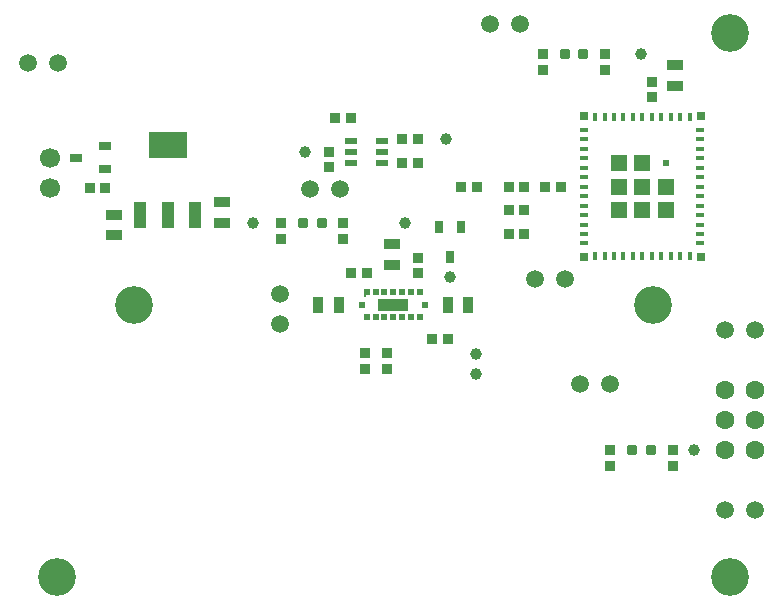
<source format=gbr>
%TF.GenerationSoftware,Altium Limited,Altium Designer,20.1.8 (145)*%
G04 Layer_Color=255*
%FSLAX45Y45*%
%MOMM*%
%TF.SameCoordinates,5C14931A-3E48-49F5-90A4-00D45644C4A5*%
%TF.FilePolarity,Positive*%
%TF.FileFunction,Pads,Top*%
%TF.Part,Single*%
G01*
G75*
%TA.AperFunction,SMDPad,CuDef*%
%ADD10C,1.00000*%
G04:AMPARAMS|DCode=11|XSize=0.85mm|YSize=0.85mm|CornerRadius=0.0425mm|HoleSize=0mm|Usage=FLASHONLY|Rotation=90.000|XOffset=0mm|YOffset=0mm|HoleType=Round|Shape=RoundedRectangle|*
%AMROUNDEDRECTD11*
21,1,0.85000,0.76500,0,0,90.0*
21,1,0.76500,0.85000,0,0,90.0*
1,1,0.08500,0.38250,0.38250*
1,1,0.08500,0.38250,-0.38250*
1,1,0.08500,-0.38250,-0.38250*
1,1,0.08500,-0.38250,0.38250*
%
%ADD11ROUNDEDRECTD11*%
%TA.AperFunction,ConnectorPad*%
%ADD12R,0.40000X0.80000*%
%ADD13R,0.80000X0.40000*%
%TA.AperFunction,BGAPad,CuDef*%
%ADD14R,1.45000X1.45000*%
%TA.AperFunction,SMDPad,CuDef*%
%ADD15R,0.60000X0.60000*%
%ADD16R,0.70000X0.70000*%
%TA.AperFunction,BGAPad,CuDef*%
%ADD17R,0.50000X0.50000*%
%TA.AperFunction,SMDPad,CuDef*%
%ADD18R,0.20000X0.15000*%
%ADD19R,2.50000X1.00000*%
G04:AMPARAMS|DCode=20|XSize=3.25mm|YSize=2.15mm|CornerRadius=0.01075mm|HoleSize=0mm|Usage=FLASHONLY|Rotation=180.000|XOffset=0mm|YOffset=0mm|HoleType=Round|Shape=RoundedRectangle|*
%AMROUNDEDRECTD20*
21,1,3.25000,2.12850,0,0,180.0*
21,1,3.22850,2.15000,0,0,180.0*
1,1,0.02150,-1.61425,1.06425*
1,1,0.02150,1.61425,1.06425*
1,1,0.02150,1.61425,-1.06425*
1,1,0.02150,-1.61425,-1.06425*
%
%ADD20ROUNDEDRECTD20*%
G04:AMPARAMS|DCode=21|XSize=1mm|YSize=2.15mm|CornerRadius=0.005mm|HoleSize=0mm|Usage=FLASHONLY|Rotation=180.000|XOffset=0mm|YOffset=0mm|HoleType=Round|Shape=RoundedRectangle|*
%AMROUNDEDRECTD21*
21,1,1.00000,2.14000,0,0,180.0*
21,1,0.99000,2.15000,0,0,180.0*
1,1,0.01000,-0.49500,1.07000*
1,1,0.01000,0.49500,1.07000*
1,1,0.01000,0.49500,-1.07000*
1,1,0.01000,-0.49500,-1.07000*
%
%ADD21ROUNDEDRECTD21*%
G04:AMPARAMS|DCode=22|XSize=0.8mm|YSize=0.8mm|CornerRadius=0.04mm|HoleSize=0mm|Usage=FLASHONLY|Rotation=90.000|XOffset=0mm|YOffset=0mm|HoleType=Round|Shape=RoundedRectangle|*
%AMROUNDEDRECTD22*
21,1,0.80000,0.72000,0,0,90.0*
21,1,0.72000,0.80000,0,0,90.0*
1,1,0.08000,0.36000,0.36000*
1,1,0.08000,0.36000,-0.36000*
1,1,0.08000,-0.36000,-0.36000*
1,1,0.08000,-0.36000,0.36000*
%
%ADD22ROUNDEDRECTD22*%
G04:AMPARAMS|DCode=23|XSize=0.6mm|YSize=1.1mm|CornerRadius=0.03mm|HoleSize=0mm|Usage=FLASHONLY|Rotation=270.000|XOffset=0mm|YOffset=0mm|HoleType=Round|Shape=RoundedRectangle|*
%AMROUNDEDRECTD23*
21,1,0.60000,1.04000,0,0,270.0*
21,1,0.54000,1.10000,0,0,270.0*
1,1,0.06000,-0.52000,-0.27000*
1,1,0.06000,-0.52000,0.27000*
1,1,0.06000,0.52000,0.27000*
1,1,0.06000,0.52000,-0.27000*
%
%ADD23ROUNDEDRECTD23*%
G04:AMPARAMS|DCode=24|XSize=0.85mm|YSize=0.9mm|CornerRadius=0.0425mm|HoleSize=0mm|Usage=FLASHONLY|Rotation=180.000|XOffset=0mm|YOffset=0mm|HoleType=Round|Shape=RoundedRectangle|*
%AMROUNDEDRECTD24*
21,1,0.85000,0.81500,0,0,180.0*
21,1,0.76500,0.90000,0,0,180.0*
1,1,0.08500,-0.38250,0.40750*
1,1,0.08500,0.38250,0.40750*
1,1,0.08500,0.38250,-0.40750*
1,1,0.08500,-0.38250,-0.40750*
%
%ADD24ROUNDEDRECTD24*%
G04:AMPARAMS|DCode=25|XSize=1.275mm|YSize=0.9mm|CornerRadius=0.045mm|HoleSize=0mm|Usage=FLASHONLY|Rotation=180.000|XOffset=0mm|YOffset=0mm|HoleType=Round|Shape=RoundedRectangle|*
%AMROUNDEDRECTD25*
21,1,1.27500,0.81000,0,0,180.0*
21,1,1.18500,0.90000,0,0,180.0*
1,1,0.09000,-0.59250,0.40500*
1,1,0.09000,0.59250,0.40500*
1,1,0.09000,0.59250,-0.40500*
1,1,0.09000,-0.59250,-0.40500*
%
%ADD25ROUNDEDRECTD25*%
G04:AMPARAMS|DCode=26|XSize=0.85mm|YSize=0.85mm|CornerRadius=0.0425mm|HoleSize=0mm|Usage=FLASHONLY|Rotation=180.000|XOffset=0mm|YOffset=0mm|HoleType=Round|Shape=RoundedRectangle|*
%AMROUNDEDRECTD26*
21,1,0.85000,0.76500,0,0,180.0*
21,1,0.76500,0.85000,0,0,180.0*
1,1,0.08500,-0.38250,0.38250*
1,1,0.08500,0.38250,0.38250*
1,1,0.08500,0.38250,-0.38250*
1,1,0.08500,-0.38250,-0.38250*
%
%ADD26ROUNDEDRECTD26*%
G04:AMPARAMS|DCode=27|XSize=1.275mm|YSize=0.9mm|CornerRadius=0.045mm|HoleSize=0mm|Usage=FLASHONLY|Rotation=270.000|XOffset=0mm|YOffset=0mm|HoleType=Round|Shape=RoundedRectangle|*
%AMROUNDEDRECTD27*
21,1,1.27500,0.81000,0,0,270.0*
21,1,1.18500,0.90000,0,0,270.0*
1,1,0.09000,-0.40500,-0.59250*
1,1,0.09000,-0.40500,0.59250*
1,1,0.09000,0.40500,0.59250*
1,1,0.09000,0.40500,-0.59250*
%
%ADD27ROUNDEDRECTD27*%
G04:AMPARAMS|DCode=28|XSize=0.5mm|YSize=1.05mm|CornerRadius=0.025mm|HoleSize=0mm|Usage=FLASHONLY|Rotation=90.000|XOffset=0mm|YOffset=0mm|HoleType=Round|Shape=RoundedRectangle|*
%AMROUNDEDRECTD28*
21,1,0.50000,1.00000,0,0,90.0*
21,1,0.45000,1.05000,0,0,90.0*
1,1,0.05000,0.50000,0.22500*
1,1,0.05000,0.50000,-0.22500*
1,1,0.05000,-0.50000,-0.22500*
1,1,0.05000,-0.50000,0.22500*
%
%ADD28ROUNDEDRECTD28*%
G04:AMPARAMS|DCode=29|XSize=0.6mm|YSize=1.1mm|CornerRadius=0.03mm|HoleSize=0mm|Usage=FLASHONLY|Rotation=0.000|XOffset=0mm|YOffset=0mm|HoleType=Round|Shape=RoundedRectangle|*
%AMROUNDEDRECTD29*
21,1,0.60000,1.04000,0,0,0.0*
21,1,0.54000,1.10000,0,0,0.0*
1,1,0.06000,0.27000,-0.52000*
1,1,0.06000,-0.27000,-0.52000*
1,1,0.06000,-0.27000,0.52000*
1,1,0.06000,0.27000,0.52000*
%
%ADD29ROUNDEDRECTD29*%
%TA.AperFunction,ComponentPad*%
%ADD32C,1.60000*%
%ADD33C,1.50000*%
%ADD34C,1.70000*%
%TA.AperFunction,WasherPad*%
%ADD35C,3.20000*%
D10*
X5799040Y1471925D02*
D03*
X5346700Y4826000D02*
D03*
X3731260Y2940160D02*
D03*
X3351510Y3394718D02*
D03*
X2059806D02*
D03*
X2503772Y3995019D02*
D03*
X3691685Y4100600D02*
D03*
X3950749Y2118773D02*
D03*
Y2286520D02*
D03*
D11*
X3956260Y3700600D02*
D03*
X3826260D02*
D03*
X681340Y3693870D02*
D03*
X811340D02*
D03*
X4228215Y3500600D02*
D03*
X4358215D02*
D03*
X4228210Y3300600D02*
D03*
X4358210D02*
D03*
X4228210Y3700600D02*
D03*
X4358210D02*
D03*
X4667479Y3700600D02*
D03*
X4537479D02*
D03*
X3456945Y4100600D02*
D03*
X3326945D02*
D03*
X3326945Y3900019D02*
D03*
X3456945D02*
D03*
X2887082Y4280427D02*
D03*
X2757082D02*
D03*
X3023920Y2968120D02*
D03*
X2893920D02*
D03*
X3708400Y2407920D02*
D03*
X3578400D02*
D03*
D12*
X5758000Y4290601D02*
D03*
X5678000D02*
D03*
X5598000D02*
D03*
X5518000D02*
D03*
X5438000D02*
D03*
X5358000D02*
D03*
X5278000D02*
D03*
X5198000D02*
D03*
X5118000D02*
D03*
X5038000D02*
D03*
X4958000D02*
D03*
Y3110600D02*
D03*
X5038000D02*
D03*
X5118000D02*
D03*
X5198000D02*
D03*
X5278000D02*
D03*
X5358000D02*
D03*
X5438000D02*
D03*
X5518000D02*
D03*
X5598000D02*
D03*
X5678000D02*
D03*
X5758000D02*
D03*
D13*
X4868000Y4180600D02*
D03*
Y4100600D02*
D03*
Y4020601D02*
D03*
Y3940600D02*
D03*
Y3860600D02*
D03*
Y3780601D02*
D03*
Y3700600D02*
D03*
Y3620600D02*
D03*
Y3540600D02*
D03*
Y3460600D02*
D03*
Y3380600D02*
D03*
Y3300600D02*
D03*
Y3220600D02*
D03*
X5848000D02*
D03*
Y3300600D02*
D03*
Y3380600D02*
D03*
Y3460600D02*
D03*
Y3540600D02*
D03*
Y3620600D02*
D03*
Y3700600D02*
D03*
Y3780601D02*
D03*
Y3860600D02*
D03*
Y3940600D02*
D03*
Y4020601D02*
D03*
Y4100600D02*
D03*
Y4180600D02*
D03*
D14*
X5358000Y3700600D02*
D03*
X5555500Y3503100D02*
D03*
Y3700600D02*
D03*
X5358000Y3898100D02*
D03*
X5160500D02*
D03*
Y3700600D02*
D03*
Y3503100D02*
D03*
X5358000D02*
D03*
D15*
X5555500Y3898100D02*
D03*
D16*
X5853000Y4295601D02*
D03*
X4863000D02*
D03*
Y3105600D02*
D03*
X5853000D02*
D03*
D17*
X3399920Y2597920D02*
D03*
X3099920D02*
D03*
X3024920D02*
D03*
Y2807920D02*
D03*
X3099920D02*
D03*
X3474920D02*
D03*
X3174920Y2597920D02*
D03*
Y2807920D02*
D03*
X3249920Y2597920D02*
D03*
Y2807920D02*
D03*
X3324920Y2597920D02*
D03*
Y2807920D02*
D03*
X3399920D02*
D03*
X3474920Y2597920D02*
D03*
X3514920Y2702920D02*
D03*
X2984920D02*
D03*
D18*
X3009920Y2777920D02*
D03*
D19*
X3249920Y2702920D02*
D03*
D20*
X1338660Y4049957D02*
D03*
D21*
X1568660Y3464957D02*
D03*
X1338660D02*
D03*
X1108660D02*
D03*
D22*
X5270500Y1471925D02*
D03*
X5430500D02*
D03*
X4699000Y4826000D02*
D03*
X4859000D02*
D03*
X2642506Y3394718D02*
D03*
X2482506D02*
D03*
D23*
X811340Y4042869D02*
D03*
X811340Y3852869D02*
D03*
X561340Y3947869D02*
D03*
D24*
X5080000Y1471925D02*
D03*
Y1336925D02*
D03*
X5613400Y1471925D02*
D03*
Y1336925D02*
D03*
X2299606Y3394718D02*
D03*
Y3259718D02*
D03*
X2820306Y3394718D02*
D03*
Y3259718D02*
D03*
X4521040Y4826000D02*
D03*
Y4691000D02*
D03*
X5040911Y4826000D02*
D03*
Y4691000D02*
D03*
D25*
X885140Y3464957D02*
D03*
Y3289717D02*
D03*
X5638640Y4553881D02*
D03*
Y4729121D02*
D03*
X1795780Y3394718D02*
D03*
Y3569958D02*
D03*
X3239760Y3037717D02*
D03*
Y3212957D02*
D03*
D26*
X5438000Y4590000D02*
D03*
Y4460000D02*
D03*
X3456500Y3098800D02*
D03*
Y2968800D02*
D03*
X2701550Y3995019D02*
D03*
Y3865019D02*
D03*
X3008920Y2159004D02*
D03*
Y2289004D02*
D03*
X3200320Y2159004D02*
D03*
Y2289004D02*
D03*
D27*
X3708400Y2702920D02*
D03*
X3883640D02*
D03*
X2790771Y2702920D02*
D03*
X2615531Y2702920D02*
D03*
D28*
X3152082Y4090019D02*
D03*
Y3995019D02*
D03*
Y3900019D02*
D03*
X2887082Y3900019D02*
D03*
X2887082Y3995019D02*
D03*
Y4090019D02*
D03*
D29*
X3636260Y3358961D02*
D03*
X3826260D02*
D03*
X3731260Y3108960D02*
D03*
D32*
X6310501Y1471925D02*
D03*
Y1725925D02*
D03*
Y1979925D02*
D03*
X6056501D02*
D03*
Y1725925D02*
D03*
Y1471925D02*
D03*
D33*
X2794000Y3683000D02*
D03*
X2540000D02*
D03*
X6056487Y963925D02*
D03*
X6310487D02*
D03*
X6056487Y2487925D02*
D03*
X6310487D02*
D03*
X406400Y4749800D02*
D03*
X152400D02*
D03*
X4064000Y5080000D02*
D03*
X4318000D02*
D03*
X4826000Y2032000D02*
D03*
X5080000D02*
D03*
X2286000Y2794000D02*
D03*
Y2540000D02*
D03*
X4445000Y2921000D02*
D03*
X4699000D02*
D03*
D34*
X343154Y3947869D02*
D03*
Y3693870D02*
D03*
D35*
X5450000Y2700000D02*
D03*
X1050000D02*
D03*
X6100000Y5000000D02*
D03*
Y400000D02*
D03*
X400000D02*
D03*
%TF.MD5,0f37676442f03a79c24dd09b5086e200*%
M02*

</source>
